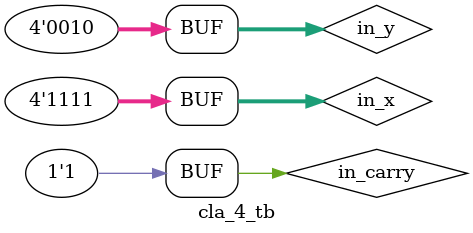
<source format=v>
module cla_4(input [3:0] in_x, input [3:0] in_y, input in_carry, output [3:0] out_sum, output out_generate, output out_propogate);

	wire [4:0] w_carry;
	wire [3:0] w_generate;
	wire [3:0] w_propogate;
	
	assign w_carry[0] = in_carry;
	assign out_carry = w_carry[4];
	
	genvar i;
	
	generate
		for(i = 0; i < 4; i = i + 1) begin: gen_b_cell_1
			b_cell_1 bcell(.in_x (in_x[i]),
				.in_y (in_y[i]),
				.in_carry (w_carry[i]),
				.out_sum (out_sum[i]),
				.out_generate (w_generate[i]),
				.out_propogate (w_propogate[i]));
		end
	endgenerate
	
	cla_logic cla(.in_carry (w_carry[0]),
		.in_generate (w_generate),
		.in_propogate (w_propogate),
		.out_carry (w_carry[4:1]),
		.out_generate (out_generate),
		.out_propogate (out_propogate));

endmodule

//--------------------------

module cla_4_tb;

	reg [3:0] in_x, in_y;
	reg in_carry;
	
	wire [3:0] out_sum;
	wire out_generate, out_propogate, out_carry;
	
	parameter delay = 10;
	
	cla_4 DUT(.in_x (in_x),
		.in_y (in_y),
		.in_carry (in_carry),
		.out_sum (out_sum),
		.out_generate (out_generate),
		.out_propogate (out_propogate));
		
	initial begin
		in_x = 4'b0000; in_y = 4'b0000; in_carry = 0;
		
		#(delay) in_x = 4'b0100; in_y = 4'b0010; in_carry = 0; // 4 + 2
		#(delay) in_x = 4'b0000; in_y = 4'b0000; in_carry = 0; // 0 + 0
		#(delay) in_x = 4'b0100; in_y = 4'b0010; in_carry = 1; // 4 + 2 + 1
		#(delay) in_x = 4'b0000; in_y = 4'b0000; in_carry = 0; // 0 + 0
		#(delay) in_x = 4'b1111; in_y = 4'b0010; in_carry = 0; // -1 + 2
		#(delay) in_x = 4'b0000; in_y = 4'b0000; in_carry = 0; // 0 + 0
		#(delay) in_x = 4'b1111; in_y = 4'b0010; in_carry = 1; // -1 + 2 + 1
		#100;
	end

endmodule

</source>
